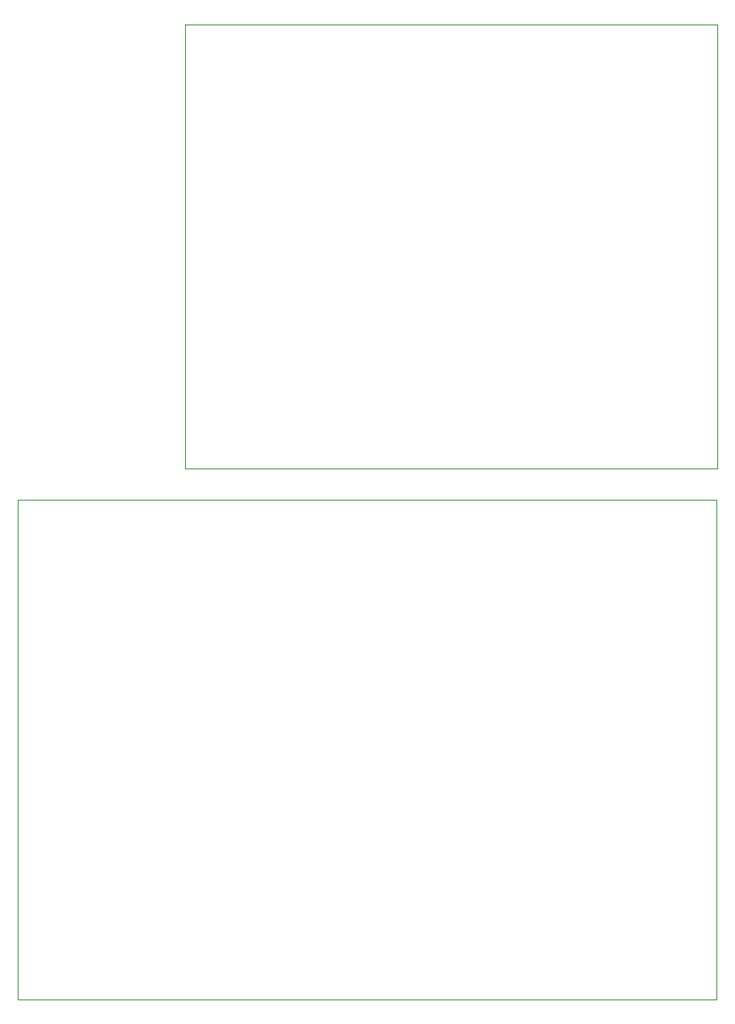
<source format=gbr>
%TF.GenerationSoftware,KiCad,Pcbnew,(5.1.6)-1*%
%TF.CreationDate,2023-08-21T10:03:40-05:00*%
%TF.ProjectId,uno_display_combined,756e6f5f-6469-4737-906c-61795f636f6d,rev?*%
%TF.SameCoordinates,Original*%
%TF.FileFunction,Profile,NP*%
%FSLAX46Y46*%
G04 Gerber Fmt 4.6, Leading zero omitted, Abs format (unit mm)*
G04 Created by KiCad (PCBNEW (5.1.6)-1) date 2023-08-21 10:03:40*
%MOMM*%
%LPD*%
G01*
G04 APERTURE LIST*
%TA.AperFunction,Profile*%
%ADD10C,0.050000*%
%TD*%
G04 APERTURE END LIST*
D10*
X70080000Y53140000D02*
X70080000Y97590000D01*
X16740000Y53140000D02*
X70080000Y53140000D01*
X16740000Y97590000D02*
X16740000Y53140000D01*
X70080000Y97590000D02*
X16740000Y97590000D01*
X70000000Y50000000D02*
X0Y50000000D01*
X70000000Y0D02*
X70000000Y50000000D01*
X0Y0D02*
X70000000Y0D01*
X0Y50000000D02*
X0Y0D01*
M02*

</source>
